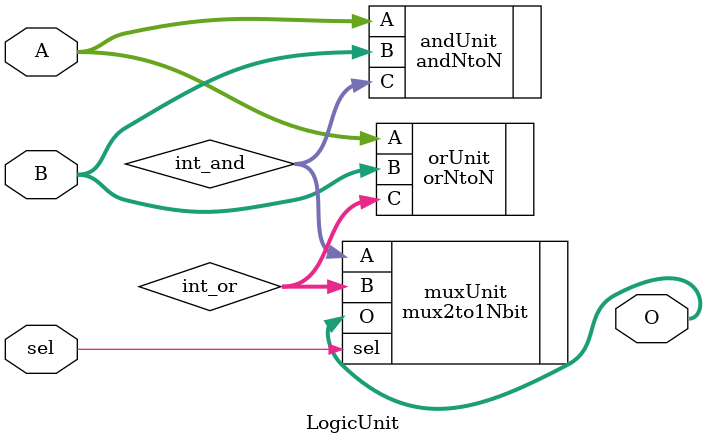
<source format=sv>
module LogicUnit(
	input wire [7:0] A,B,
	input wire sel,
	output wire [7:0] O
	);
	
	wire [7:0] int_and,int_or;
	
	andNtoN #(8) andUnit(
		.A(A),
		.B(B),
		.C(int_and)
		);
	
	orNtoN #(8) orUnit(
		.A(A),
		.B(B),
		.C(int_or)
		);
	
	mux2to1Nbit #(8) muxUnit(
		.A(int_and),
		.B(int_or),
		.sel(sel),
		.O(O)
		);
endmodule
</source>
